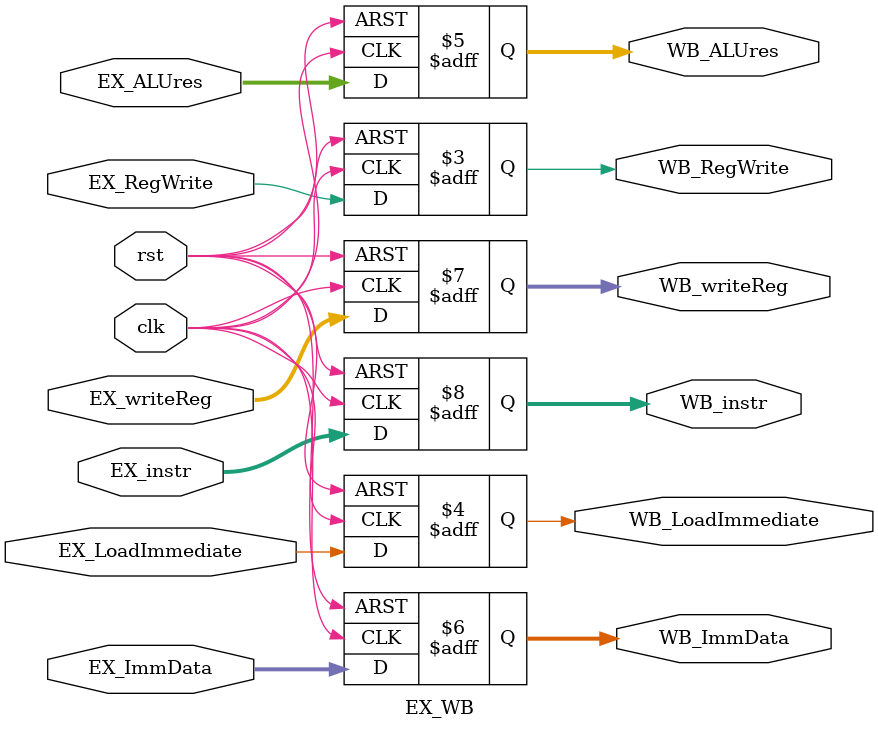
<source format=v>
module EX_WB(
	input wire clk, rst,
	input wire [7:0] EX_instr,
	input wire EX_RegWrite, EX_LoadImmediate,
	input wire [7:0] EX_ALUres, EX_ImmData,
	input wire [2:0] EX_writeReg,
	output reg WB_RegWrite, WB_LoadImmediate,
	output reg [7:0] WB_ALUres, WB_ImmData,
	output reg [2:0] WB_writeReg,
	output reg [7:0] WB_instr
    );
	
	always @(posedge clk, negedge rst) begin
		if(!rst) begin
			WB_instr <= 0;
			WB_RegWrite <= 0;
			WB_ALUres <= 0;
			WB_writeReg <= 0;
			WB_LoadImmediate <= 0;
			WB_ImmData <= 0;
		end
		else begin
			WB_instr <= EX_instr;
			WB_RegWrite <= EX_RegWrite;
			WB_ALUres <= EX_ALUres;
			WB_writeReg <= EX_writeReg;
			WB_LoadImmediate <= EX_LoadImmediate;
			WB_ImmData <= EX_ImmData;
		end
	end
endmodule

</source>
